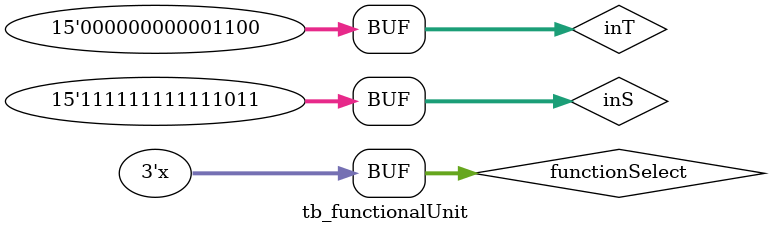
<source format=v>
`timescale 1ns / 1ps


module tb_functionalUnit;

	// Inputs
	reg [14:0] inS;
	reg [14:0] inT;
	reg [2:0] functionSelect;

	// Outputs
	wire [14:0] result;

	// Instantiate the Unit Under Test (UUT)
	functionalUnit uut (
		.inS(inS), 
		.inT(inT), 
		.functionSelect(functionSelect), 
		.result(result)
	);
	

	initial begin
		// Initialize Inputs
		inS = 0;
		inT = 0;
		functionSelect = 0;
        
		// Add stimulus here
		inS = -5;
		inT = 12;
	end
	
	always #10 functionSelect = functionSelect + 1;
      
endmodule


</source>
